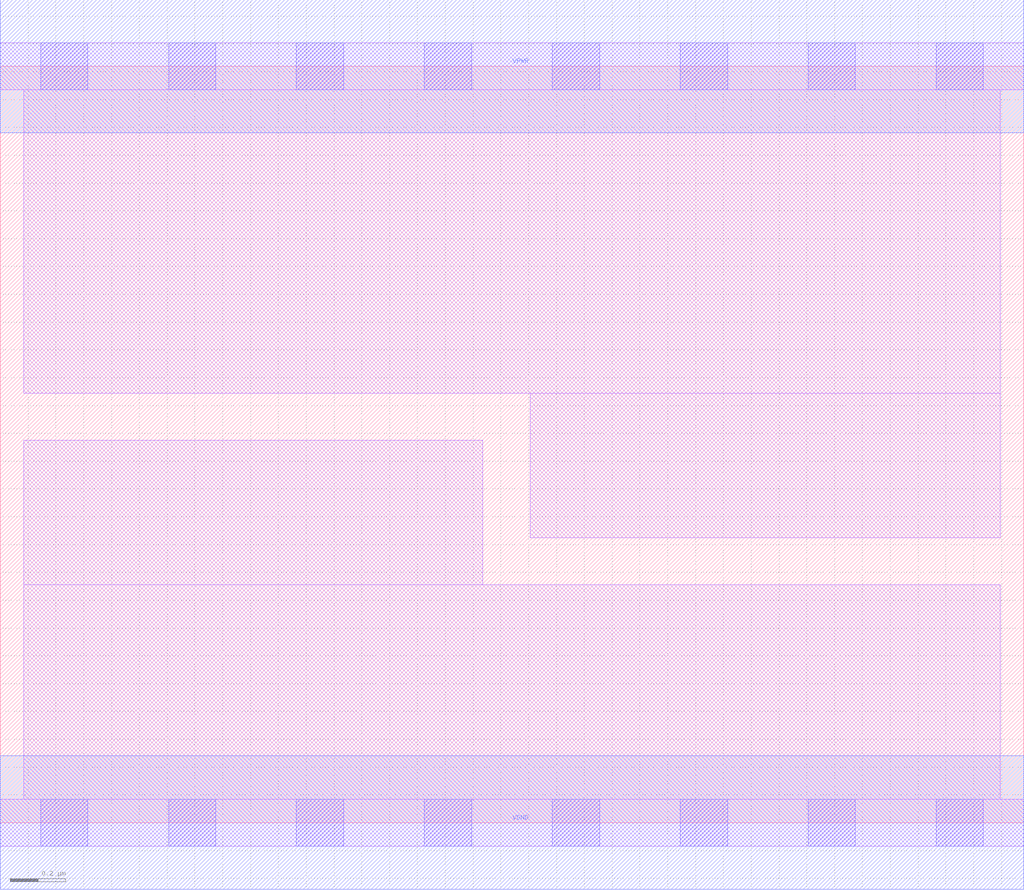
<source format=lef>
# Copyright 2020 The SkyWater PDK Authors
#
# Licensed under the Apache License, Version 2.0 (the "License");
# you may not use this file except in compliance with the License.
# You may obtain a copy of the License at
#
#     https://www.apache.org/licenses/LICENSE-2.0
#
# Unless required by applicable law or agreed to in writing, software
# distributed under the License is distributed on an "AS IS" BASIS,
# WITHOUT WARRANTIES OR CONDITIONS OF ANY KIND, either express or implied.
# See the License for the specific language governing permissions and
# limitations under the License.
#
# SPDX-License-Identifier: Apache-2.0

VERSION 5.7 ;
BUSBITCHARS "[]" ;
DIVIDERCHAR "/" ;
PROPERTYDEFINITIONS
  MACRO maskLayoutSubType STRING ;
  MACRO prCellType STRING ;
  MACRO originalViewName STRING ;
END PROPERTYDEFINITIONS
MACRO sky130_fd_sc_hdll__decap_8
  ORIGIN  0.000000  0.000000 ;
  CLASS CORE ;
  SYMMETRY X Y R90 ;
  SIZE  3.680000 BY  2.720000 ;
  SITE unithd ;
  PIN VGND
    DIRECTION INOUT ;
    USE SIGNAL ;
    PORT
      LAYER met1 ;
        RECT 0.000000 -0.240000 3.680000 0.240000 ;
    END
  END VGND
  PIN VPWR
    DIRECTION INOUT ;
    USE SIGNAL ;
    PORT
      LAYER met1 ;
        RECT 0.000000 2.480000 3.680000 2.960000 ;
    END
  END VPWR
  OBS
    LAYER li1 ;
      RECT 0.000000 -0.085000 3.680000 0.085000 ;
      RECT 0.000000  2.635000 3.680000 2.805000 ;
      RECT 0.085000  0.085000 3.595000 0.855000 ;
      RECT 0.085000  0.855000 1.735000 1.375000 ;
      RECT 0.085000  1.545000 3.595000 2.635000 ;
      RECT 1.905000  1.025000 3.595000 1.545000 ;
    LAYER mcon ;
      RECT 0.145000 -0.085000 0.315000 0.085000 ;
      RECT 0.145000  2.635000 0.315000 2.805000 ;
      RECT 0.605000 -0.085000 0.775000 0.085000 ;
      RECT 0.605000  2.635000 0.775000 2.805000 ;
      RECT 1.065000 -0.085000 1.235000 0.085000 ;
      RECT 1.065000  2.635000 1.235000 2.805000 ;
      RECT 1.525000 -0.085000 1.695000 0.085000 ;
      RECT 1.525000  2.635000 1.695000 2.805000 ;
      RECT 1.985000 -0.085000 2.155000 0.085000 ;
      RECT 1.985000  2.635000 2.155000 2.805000 ;
      RECT 2.445000 -0.085000 2.615000 0.085000 ;
      RECT 2.445000  2.635000 2.615000 2.805000 ;
      RECT 2.905000 -0.085000 3.075000 0.085000 ;
      RECT 2.905000  2.635000 3.075000 2.805000 ;
      RECT 3.365000 -0.085000 3.535000 0.085000 ;
      RECT 3.365000  2.635000 3.535000 2.805000 ;
  END
  PROPERTY maskLayoutSubType "abstract" ;
  PROPERTY prCellType "standard" ;
  PROPERTY originalViewName "layout" ;
END sky130_fd_sc_hdll__decap_8
END LIBRARY

</source>
